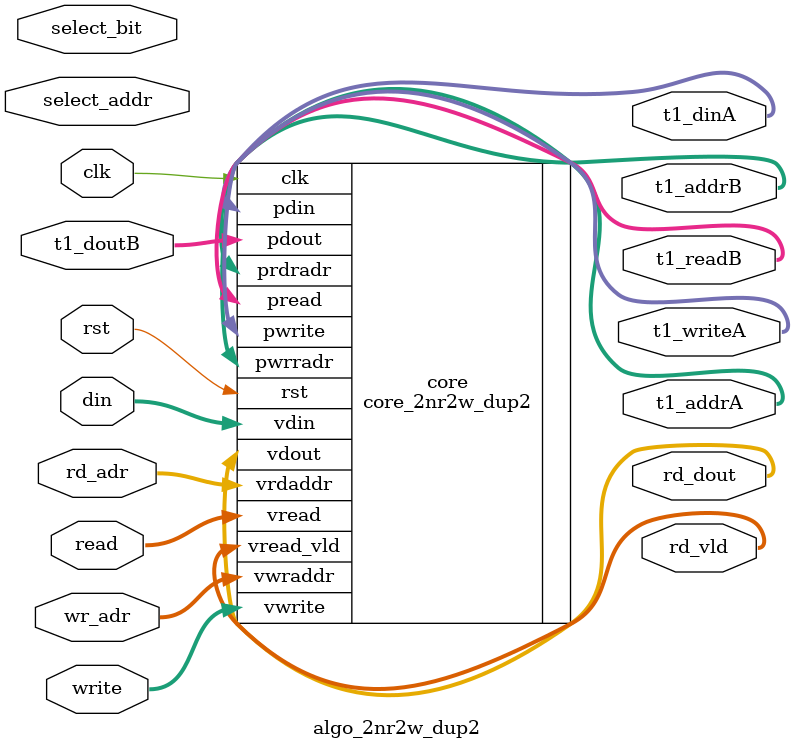
<source format=v>

module algo_2nr2w_dup2 (clk, rst, 
                       write, wr_adr, din,//bw,
                       read, rd_adr, rd_vld, rd_dout, 
	               t1_writeA, t1_addrA, t1_dinA,//t1_bwA,
                       t1_readB, t1_addrB, t1_doutB, 
	               select_addr, select_bit);
  
  parameter WIDTH = 32;
  parameter BITWDTH = 5;
  parameter NUMRDPT = 2;
  parameter NUMADDR = 8192;
  parameter BITADDR = 13;
  parameter NUMVROW = 1024;
  parameter BITVROW = 10;
  parameter NUMVBNK = 8;
  parameter BITVBNK = 3;
  parameter BITPADR = 14;

  parameter SRAM_DELAY = 2;
  parameter FLOPIN = 0;
  parameter FLOPOUT = 0;

  input [2-1:0]                        write;
  input [2*BITADDR-1:0]                wr_adr;
  //input [2*WIDTH-1:0]                  bw;
  input [2*WIDTH-1:0]                  din;

  input [2*NUMRDPT-1:0]                read;
  input [2*NUMRDPT*BITADDR-1:0]        rd_adr;
  output [2*NUMRDPT-1:0]               rd_vld;
  output [2*NUMRDPT*WIDTH-1:0]         rd_dout;

  input                                clk, rst;

  input [BITADDR-1:0]                  select_addr;
  input [BITWDTH-1:0]                  select_bit;

  output [2*NUMRDPT*NUMVBNK-1:0]         t1_writeA;
  output [2*NUMRDPT*NUMVBNK*BITVROW-1:0] t1_addrA;
  //output [2*NUMRDPT*NUMVBNK*WIDTH-1:0]   t1_bwA;
  output [2*NUMRDPT*NUMVBNK*WIDTH-1:0]   t1_dinA;

  output [2*NUMRDPT*NUMVBNK-1:0]         t1_readB;
  output [2*NUMRDPT*NUMVBNK*BITVROW-1:0] t1_addrB;
  input [2*NUMRDPT*NUMVBNK*WIDTH-1:0]    t1_doutB;

  core_2nr2w_dup2 #(.WIDTH (WIDTH), .BITWDTH (BITWDTH), .NUMRDPT (NUMRDPT), .NUMADDR (NUMADDR), .BITADDR (BITADDR),
                   .NUMVROW (NUMVROW), .BITVROW (BITVROW), .NUMVBNK (NUMVBNK), .BITVBNK (BITVBNK), .BITPADR (BITPADR),
                   .SRAM_DELAY (SRAM_DELAY), .FLOPIN (FLOPIN), .FLOPOUT (FLOPOUT))
      core (.vwrite(write), .vwraddr(wr_adr), .vdin(din), //.vbw(bw),
      .vread(read), .vrdaddr(rd_adr), .vread_vld(rd_vld), .vdout(rd_dout), 
            .pwrite(t1_writeA), .pwrradr(t1_addrA), .pdin (t1_dinA), //.pbw(t1_bwA),
            .pread(t1_readB), .prdradr(t1_addrB), .pdout(t1_doutB), 
            .clk (clk), .rst (rst));

`ifdef FORMAL
//synopsys translate_off

assume_select_addr_range: assume property (@(posedge clk) disable iff (rst) (select_addr < NUMADDR));
assume_select_bit_range: assume property (@(posedge clk) disable iff (rst) (select_bit < WIDTH));
//assume_select_addr_range: assume property (@(posedge clk) disable iff (rst) (select_addr == 0));
//assume_select_bit_range: assume property (@(posedge clk) disable iff (rst) (select_bit == 0));
assume_select_addr_stable: assume property (@(posedge clk) disable iff (rst) $stable(select_addr));
assume_select_bit_stable: assume property (@(posedge clk) disable iff (rst) $stable(select_bit));

ip_top_sva_2nr2w_dup #(
     .WIDTH       (WIDTH),
     .BITWDTH     (BITWDTH),
     .NUMRDPT     (NUMRDPT),
     .NUMADDR     (NUMADDR),
     .BITADDR     (BITADDR),
     .NUMVROW     (NUMVROW),
     .BITVROW     (BITVROW),
     .NUMVBNK     (NUMVBNK),
     .BITVBNK     (BITVBNK),
     .BITPADR     (BITPADR),
     .SRAM_DELAY  (SRAM_DELAY),
     .FLOPIN      (FLOPIN),
     .FLOPOUT     (FLOPOUT))
ip_top_sva (.*);

ip_top_sva_2_2nr2w_dup #(
     .WIDTH       (WIDTH),
     .NUMRDPT     (NUMRDPT),
     .NUMADDR     (NUMADDR),
     .BITADDR     (BITADDR),
     .NUMVROW     (NUMVROW),
     .BITVROW     (BITVROW),
     .NUMVBNK     (NUMVBNK),
     .BITVBNK     (BITVBNK))
ip_top_sva_2 (.*);
//synopsys translate_on

`elsif SIM_SVA

genvar sva_int;
// generate for (sva_int=0; sva_int<WIDTH; sva_int=sva_int+1) begin
generate for (sva_int=0; sva_int<1; sva_int=sva_int+1) begin: sva_loop
  wire [BITADDR-1:0] help_addr = sva_int;
  wire [BITWDTH-1:0] help_bit = sva_int;
ip_top_sva_2nr2w_dup #(
     .WIDTH       (WIDTH),
     .BITWDTH     (BITWDTH),
     .NUMRDPT     (NUMRDPT),
     .NUMADDR     (NUMADDR),
     .BITADDR     (BITADDR),
     .NUMVROW     (NUMVROW),
     .BITVROW     (BITVROW),
     .NUMVBNK     (NUMVBNK),
     .BITVBNK     (BITVBNK),
     .BITPADR     (BITPADR),
     .SRAM_DELAY  (SRAM_DELAY),
     .FLOPIN      (FLOPIN),
     .FLOPOUT     (FLOPOUT))
ip_top_sva (.select_addr(help_addr), .select_bit (help_bit), .*);
end
endgenerate

ip_top_sva_2_2nr2w_dup #(
     .WIDTH       (WIDTH),
     .NUMRDPT     (NUMRDPT),
     .NUMADDR     (NUMADDR),
     .BITADDR     (BITADDR),
     .NUMVROW     (NUMVROW),
     .BITVROW     (BITVROW),
     .NUMVBNK     (NUMVBNK),
     .BITVBNK     (BITVBNK))
ip_top_sva_2 (.*);

`endif

endmodule //algo_2nr2w_dup2 



</source>
